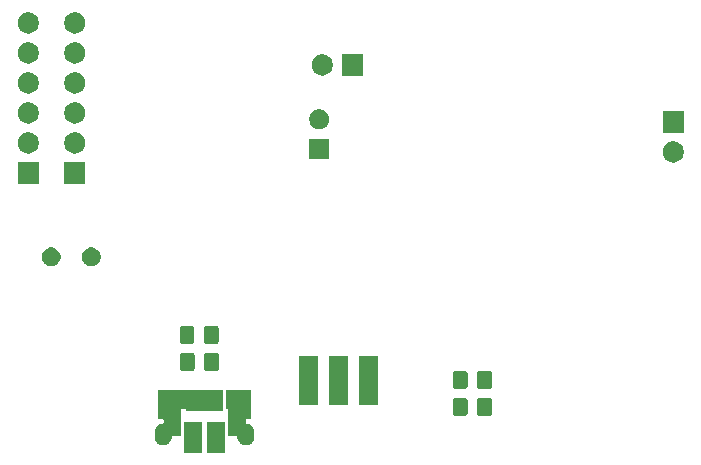
<source format=gts>
G04 #@! TF.GenerationSoftware,KiCad,Pcbnew,(5.1.6)-1*
G04 #@! TF.CreationDate,2020-11-30T16:59:51+01:00*
G04 #@! TF.ProjectId,Power_module_v1,506f7765-725f-46d6-9f64-756c655f7631,rev?*
G04 #@! TF.SameCoordinates,Original*
G04 #@! TF.FileFunction,Soldermask,Top*
G04 #@! TF.FilePolarity,Negative*
%FSLAX46Y46*%
G04 Gerber Fmt 4.6, Leading zero omitted, Abs format (unit mm)*
G04 Created by KiCad (PCBNEW (5.1.6)-1) date 2020-11-30 16:59:51*
%MOMM*%
%LPD*%
G01*
G04 APERTURE LIST*
%ADD10C,0.150000*%
G04 APERTURE END LIST*
D10*
G36*
X112914900Y-108047740D02*
G01*
X111382900Y-108047740D01*
X111382900Y-105445740D01*
X112914900Y-105445740D01*
X112914900Y-108047740D01*
G37*
G36*
X110994900Y-108047740D02*
G01*
X109462900Y-108047740D01*
X109462900Y-105445740D01*
X110994900Y-105445740D01*
X110994900Y-108047740D01*
G37*
G36*
X108886717Y-102684436D02*
G01*
X108906234Y-102690357D01*
X108930267Y-102695138D01*
X108942520Y-102695740D01*
X109440659Y-102695740D01*
X109445453Y-102699674D01*
X109467064Y-102711225D01*
X109490513Y-102718338D01*
X109514899Y-102720740D01*
X112739900Y-102720740D01*
X112739900Y-104472740D01*
X109637900Y-104472740D01*
X109637900Y-104422739D01*
X109635498Y-104398353D01*
X109628385Y-104374904D01*
X109616834Y-104353293D01*
X109601289Y-104334351D01*
X109582347Y-104318806D01*
X109560736Y-104307255D01*
X109537287Y-104300142D01*
X109512901Y-104297740D01*
X109327399Y-104297740D01*
X109303013Y-104300142D01*
X109279564Y-104307255D01*
X109257953Y-104318806D01*
X109239011Y-104334351D01*
X109223466Y-104353293D01*
X109211915Y-104374904D01*
X109204802Y-104398353D01*
X109202400Y-104422739D01*
X109202400Y-105259965D01*
X109194415Y-105274904D01*
X109187302Y-105298353D01*
X109184900Y-105322739D01*
X109184900Y-106597740D01*
X108537023Y-106597740D01*
X108512637Y-106600142D01*
X108489188Y-106607255D01*
X108467577Y-106618806D01*
X108448635Y-106634351D01*
X108433090Y-106653293D01*
X108421539Y-106674904D01*
X108412626Y-106710487D01*
X108404395Y-106794060D01*
X108373683Y-106895304D01*
X108362880Y-106930916D01*
X108295468Y-107057034D01*
X108204743Y-107167583D01*
X108094194Y-107258308D01*
X107968075Y-107325720D01*
X107968072Y-107325721D01*
X107831221Y-107367235D01*
X107688900Y-107381252D01*
X107546580Y-107367235D01*
X107409729Y-107325721D01*
X107409726Y-107325720D01*
X107283607Y-107258308D01*
X107173058Y-107167583D01*
X107082332Y-107057034D01*
X107014920Y-106930915D01*
X107014919Y-106930912D01*
X106973405Y-106794061D01*
X106962900Y-106687399D01*
X106962900Y-106266082D01*
X106973405Y-106159420D01*
X107014919Y-106022569D01*
X107014920Y-106022566D01*
X107082332Y-105896447D01*
X107173058Y-105785897D01*
X107283606Y-105695172D01*
X107409725Y-105627760D01*
X107409728Y-105627759D01*
X107546579Y-105586245D01*
X107620155Y-105578999D01*
X107644186Y-105574219D01*
X107666825Y-105564841D01*
X107687199Y-105551228D01*
X107704526Y-105533901D01*
X107718140Y-105513526D01*
X107727518Y-105490887D01*
X107732298Y-105466854D01*
X107732900Y-105454602D01*
X107732900Y-105322739D01*
X107730498Y-105298353D01*
X107723385Y-105274904D01*
X107711834Y-105253293D01*
X107696289Y-105234351D01*
X107677347Y-105218806D01*
X107655736Y-105207255D01*
X107632287Y-105200142D01*
X107607901Y-105197740D01*
X107275400Y-105197740D01*
X107275400Y-104324161D01*
X107278385Y-104318576D01*
X107285498Y-104295127D01*
X107287900Y-104270741D01*
X107287900Y-102695740D01*
X108595279Y-102695740D01*
X108619665Y-102693338D01*
X108631565Y-102690357D01*
X108651082Y-102684436D01*
X108768900Y-102672833D01*
X108886717Y-102684436D01*
G37*
G36*
X113632307Y-102675138D02*
G01*
X113644559Y-102675740D01*
X115139900Y-102675740D01*
X115139900Y-104270741D01*
X115142302Y-104295127D01*
X115149415Y-104318576D01*
X115152400Y-104324161D01*
X115152400Y-105197740D01*
X114789899Y-105197740D01*
X114765513Y-105200142D01*
X114742064Y-105207255D01*
X114720453Y-105218806D01*
X114701511Y-105234351D01*
X114685966Y-105253293D01*
X114674415Y-105274904D01*
X114667302Y-105298353D01*
X114664900Y-105322739D01*
X114664900Y-105456572D01*
X114667302Y-105480958D01*
X114674415Y-105504407D01*
X114685966Y-105526018D01*
X114701511Y-105544960D01*
X114720453Y-105560505D01*
X114742064Y-105572056D01*
X114765513Y-105579169D01*
X114777640Y-105580968D01*
X114831220Y-105586245D01*
X114968071Y-105627759D01*
X114968074Y-105627760D01*
X115094193Y-105695172D01*
X115204743Y-105785898D01*
X115295468Y-105896446D01*
X115362880Y-106022565D01*
X115362880Y-106022566D01*
X115362881Y-106022568D01*
X115404395Y-106159419D01*
X115414900Y-106266081D01*
X115414900Y-106687398D01*
X115404395Y-106794060D01*
X115373683Y-106895304D01*
X115362880Y-106930916D01*
X115295468Y-107057034D01*
X115204743Y-107167583D01*
X115094194Y-107258308D01*
X114968075Y-107325720D01*
X114968072Y-107325721D01*
X114831221Y-107367235D01*
X114688900Y-107381252D01*
X114546580Y-107367235D01*
X114409729Y-107325721D01*
X114409726Y-107325720D01*
X114283607Y-107258308D01*
X114173058Y-107167583D01*
X114082332Y-107057034D01*
X114014920Y-106930915D01*
X114014919Y-106930912D01*
X113973405Y-106794061D01*
X113965174Y-106710486D01*
X113960394Y-106686454D01*
X113951016Y-106663815D01*
X113937403Y-106643441D01*
X113920076Y-106626113D01*
X113899701Y-106612500D01*
X113877062Y-106603122D01*
X113853029Y-106598342D01*
X113840777Y-106597740D01*
X113212900Y-106597740D01*
X113212900Y-104402739D01*
X113210498Y-104378353D01*
X113203385Y-104354904D01*
X113191834Y-104333293D01*
X113176289Y-104314351D01*
X113157347Y-104298806D01*
X113135736Y-104287255D01*
X113112287Y-104280142D01*
X113087901Y-104277740D01*
X113037900Y-104277740D01*
X113037900Y-103883326D01*
X113035498Y-103858940D01*
X113032517Y-103847040D01*
X113016596Y-103794558D01*
X113007900Y-103706259D01*
X113007900Y-103247222D01*
X113016596Y-103158923D01*
X113032517Y-103106441D01*
X113037298Y-103082408D01*
X113037900Y-103070155D01*
X113037900Y-102675740D01*
X113573241Y-102675740D01*
X113585493Y-102675138D01*
X113608900Y-102672833D01*
X113632307Y-102675138D01*
G37*
G36*
X133296674Y-103393465D02*
G01*
X133334367Y-103404899D01*
X133369103Y-103423466D01*
X133399548Y-103448452D01*
X133424534Y-103478897D01*
X133443101Y-103513633D01*
X133454535Y-103551326D01*
X133459000Y-103596661D01*
X133459000Y-104683339D01*
X133454535Y-104728674D01*
X133443101Y-104766367D01*
X133424534Y-104801103D01*
X133399548Y-104831548D01*
X133369103Y-104856534D01*
X133334367Y-104875101D01*
X133296674Y-104886535D01*
X133251339Y-104891000D01*
X132414661Y-104891000D01*
X132369326Y-104886535D01*
X132331633Y-104875101D01*
X132296897Y-104856534D01*
X132266452Y-104831548D01*
X132241466Y-104801103D01*
X132222899Y-104766367D01*
X132211465Y-104728674D01*
X132207000Y-104683339D01*
X132207000Y-103596661D01*
X132211465Y-103551326D01*
X132222899Y-103513633D01*
X132241466Y-103478897D01*
X132266452Y-103448452D01*
X132296897Y-103423466D01*
X132331633Y-103404899D01*
X132369326Y-103393465D01*
X132414661Y-103389000D01*
X133251339Y-103389000D01*
X133296674Y-103393465D01*
G37*
G36*
X135346674Y-103393465D02*
G01*
X135384367Y-103404899D01*
X135419103Y-103423466D01*
X135449548Y-103448452D01*
X135474534Y-103478897D01*
X135493101Y-103513633D01*
X135504535Y-103551326D01*
X135509000Y-103596661D01*
X135509000Y-104683339D01*
X135504535Y-104728674D01*
X135493101Y-104766367D01*
X135474534Y-104801103D01*
X135449548Y-104831548D01*
X135419103Y-104856534D01*
X135384367Y-104875101D01*
X135346674Y-104886535D01*
X135301339Y-104891000D01*
X134464661Y-104891000D01*
X134419326Y-104886535D01*
X134381633Y-104875101D01*
X134346897Y-104856534D01*
X134316452Y-104831548D01*
X134291466Y-104801103D01*
X134272899Y-104766367D01*
X134261465Y-104728674D01*
X134257000Y-104683339D01*
X134257000Y-103596661D01*
X134261465Y-103551326D01*
X134272899Y-103513633D01*
X134291466Y-103478897D01*
X134316452Y-103448452D01*
X134346897Y-103423466D01*
X134381633Y-103404899D01*
X134419326Y-103393465D01*
X134464661Y-103389000D01*
X135301339Y-103389000D01*
X135346674Y-103393465D01*
G37*
G36*
X120782280Y-103963420D02*
G01*
X119156280Y-103963420D01*
X119156280Y-99861420D01*
X120782280Y-99861420D01*
X120782280Y-103963420D01*
G37*
G36*
X123322280Y-103963420D02*
G01*
X121696280Y-103963420D01*
X121696280Y-99861420D01*
X123322280Y-99861420D01*
X123322280Y-103963420D01*
G37*
G36*
X125862280Y-103963420D02*
G01*
X124236280Y-103963420D01*
X124236280Y-99861420D01*
X125862280Y-99861420D01*
X125862280Y-103963420D01*
G37*
G36*
X135346674Y-101107465D02*
G01*
X135384367Y-101118899D01*
X135419103Y-101137466D01*
X135449548Y-101162452D01*
X135474534Y-101192897D01*
X135493101Y-101227633D01*
X135504535Y-101265326D01*
X135509000Y-101310661D01*
X135509000Y-102397339D01*
X135504535Y-102442674D01*
X135493101Y-102480367D01*
X135474534Y-102515103D01*
X135449548Y-102545548D01*
X135419103Y-102570534D01*
X135384367Y-102589101D01*
X135346674Y-102600535D01*
X135301339Y-102605000D01*
X134464661Y-102605000D01*
X134419326Y-102600535D01*
X134381633Y-102589101D01*
X134346897Y-102570534D01*
X134316452Y-102545548D01*
X134291466Y-102515103D01*
X134272899Y-102480367D01*
X134261465Y-102442674D01*
X134257000Y-102397339D01*
X134257000Y-101310661D01*
X134261465Y-101265326D01*
X134272899Y-101227633D01*
X134291466Y-101192897D01*
X134316452Y-101162452D01*
X134346897Y-101137466D01*
X134381633Y-101118899D01*
X134419326Y-101107465D01*
X134464661Y-101103000D01*
X135301339Y-101103000D01*
X135346674Y-101107465D01*
G37*
G36*
X133296674Y-101107465D02*
G01*
X133334367Y-101118899D01*
X133369103Y-101137466D01*
X133399548Y-101162452D01*
X133424534Y-101192897D01*
X133443101Y-101227633D01*
X133454535Y-101265326D01*
X133459000Y-101310661D01*
X133459000Y-102397339D01*
X133454535Y-102442674D01*
X133443101Y-102480367D01*
X133424534Y-102515103D01*
X133399548Y-102545548D01*
X133369103Y-102570534D01*
X133334367Y-102589101D01*
X133296674Y-102600535D01*
X133251339Y-102605000D01*
X132414661Y-102605000D01*
X132369326Y-102600535D01*
X132331633Y-102589101D01*
X132296897Y-102570534D01*
X132266452Y-102545548D01*
X132241466Y-102515103D01*
X132222899Y-102480367D01*
X132211465Y-102442674D01*
X132207000Y-102397339D01*
X132207000Y-101310661D01*
X132211465Y-101265326D01*
X132222899Y-101227633D01*
X132241466Y-101192897D01*
X132266452Y-101162452D01*
X132296897Y-101137466D01*
X132331633Y-101118899D01*
X132369326Y-101107465D01*
X132414661Y-101103000D01*
X133251339Y-101103000D01*
X133296674Y-101107465D01*
G37*
G36*
X112241674Y-99583465D02*
G01*
X112279367Y-99594899D01*
X112314103Y-99613466D01*
X112344548Y-99638452D01*
X112369534Y-99668897D01*
X112388101Y-99703633D01*
X112399535Y-99741326D01*
X112404000Y-99786661D01*
X112404000Y-100873339D01*
X112399535Y-100918674D01*
X112388101Y-100956367D01*
X112369534Y-100991103D01*
X112344548Y-101021548D01*
X112314103Y-101046534D01*
X112279367Y-101065101D01*
X112241674Y-101076535D01*
X112196339Y-101081000D01*
X111359661Y-101081000D01*
X111314326Y-101076535D01*
X111276633Y-101065101D01*
X111241897Y-101046534D01*
X111211452Y-101021548D01*
X111186466Y-100991103D01*
X111167899Y-100956367D01*
X111156465Y-100918674D01*
X111152000Y-100873339D01*
X111152000Y-99786661D01*
X111156465Y-99741326D01*
X111167899Y-99703633D01*
X111186466Y-99668897D01*
X111211452Y-99638452D01*
X111241897Y-99613466D01*
X111276633Y-99594899D01*
X111314326Y-99583465D01*
X111359661Y-99579000D01*
X112196339Y-99579000D01*
X112241674Y-99583465D01*
G37*
G36*
X110191674Y-99583465D02*
G01*
X110229367Y-99594899D01*
X110264103Y-99613466D01*
X110294548Y-99638452D01*
X110319534Y-99668897D01*
X110338101Y-99703633D01*
X110349535Y-99741326D01*
X110354000Y-99786661D01*
X110354000Y-100873339D01*
X110349535Y-100918674D01*
X110338101Y-100956367D01*
X110319534Y-100991103D01*
X110294548Y-101021548D01*
X110264103Y-101046534D01*
X110229367Y-101065101D01*
X110191674Y-101076535D01*
X110146339Y-101081000D01*
X109309661Y-101081000D01*
X109264326Y-101076535D01*
X109226633Y-101065101D01*
X109191897Y-101046534D01*
X109161452Y-101021548D01*
X109136466Y-100991103D01*
X109117899Y-100956367D01*
X109106465Y-100918674D01*
X109102000Y-100873339D01*
X109102000Y-99786661D01*
X109106465Y-99741326D01*
X109117899Y-99703633D01*
X109136466Y-99668897D01*
X109161452Y-99638452D01*
X109191897Y-99613466D01*
X109226633Y-99594899D01*
X109264326Y-99583465D01*
X109309661Y-99579000D01*
X110146339Y-99579000D01*
X110191674Y-99583465D01*
G37*
G36*
X110173674Y-97297465D02*
G01*
X110211367Y-97308899D01*
X110246103Y-97327466D01*
X110276548Y-97352452D01*
X110301534Y-97382897D01*
X110320101Y-97417633D01*
X110331535Y-97455326D01*
X110336000Y-97500661D01*
X110336000Y-98587339D01*
X110331535Y-98632674D01*
X110320101Y-98670367D01*
X110301534Y-98705103D01*
X110276548Y-98735548D01*
X110246103Y-98760534D01*
X110211367Y-98779101D01*
X110173674Y-98790535D01*
X110128339Y-98795000D01*
X109291661Y-98795000D01*
X109246326Y-98790535D01*
X109208633Y-98779101D01*
X109173897Y-98760534D01*
X109143452Y-98735548D01*
X109118466Y-98705103D01*
X109099899Y-98670367D01*
X109088465Y-98632674D01*
X109084000Y-98587339D01*
X109084000Y-97500661D01*
X109088465Y-97455326D01*
X109099899Y-97417633D01*
X109118466Y-97382897D01*
X109143452Y-97352452D01*
X109173897Y-97327466D01*
X109208633Y-97308899D01*
X109246326Y-97297465D01*
X109291661Y-97293000D01*
X110128339Y-97293000D01*
X110173674Y-97297465D01*
G37*
G36*
X112223674Y-97297465D02*
G01*
X112261367Y-97308899D01*
X112296103Y-97327466D01*
X112326548Y-97352452D01*
X112351534Y-97382897D01*
X112370101Y-97417633D01*
X112381535Y-97455326D01*
X112386000Y-97500661D01*
X112386000Y-98587339D01*
X112381535Y-98632674D01*
X112370101Y-98670367D01*
X112351534Y-98705103D01*
X112326548Y-98735548D01*
X112296103Y-98760534D01*
X112261367Y-98779101D01*
X112223674Y-98790535D01*
X112178339Y-98795000D01*
X111341661Y-98795000D01*
X111296326Y-98790535D01*
X111258633Y-98779101D01*
X111223897Y-98760534D01*
X111193452Y-98735548D01*
X111168466Y-98705103D01*
X111149899Y-98670367D01*
X111138465Y-98632674D01*
X111134000Y-98587339D01*
X111134000Y-97500661D01*
X111138465Y-97455326D01*
X111149899Y-97417633D01*
X111168466Y-97382897D01*
X111193452Y-97352452D01*
X111223897Y-97327466D01*
X111258633Y-97308899D01*
X111296326Y-97297465D01*
X111341661Y-97293000D01*
X112178339Y-97293000D01*
X112223674Y-97297465D01*
G37*
G36*
X98433642Y-90669781D02*
G01*
X98579414Y-90730162D01*
X98579416Y-90730163D01*
X98710608Y-90817822D01*
X98822178Y-90929392D01*
X98909837Y-91060584D01*
X98909838Y-91060586D01*
X98970219Y-91206358D01*
X99001000Y-91361107D01*
X99001000Y-91518893D01*
X98970219Y-91673642D01*
X98909838Y-91819414D01*
X98909837Y-91819416D01*
X98822178Y-91950608D01*
X98710608Y-92062178D01*
X98579416Y-92149837D01*
X98579415Y-92149838D01*
X98579414Y-92149838D01*
X98433642Y-92210219D01*
X98278893Y-92241000D01*
X98121107Y-92241000D01*
X97966358Y-92210219D01*
X97820586Y-92149838D01*
X97820585Y-92149838D01*
X97820584Y-92149837D01*
X97689392Y-92062178D01*
X97577822Y-91950608D01*
X97490163Y-91819416D01*
X97490162Y-91819414D01*
X97429781Y-91673642D01*
X97399000Y-91518893D01*
X97399000Y-91361107D01*
X97429781Y-91206358D01*
X97490162Y-91060586D01*
X97490163Y-91060584D01*
X97577822Y-90929392D01*
X97689392Y-90817822D01*
X97820584Y-90730163D01*
X97820586Y-90730162D01*
X97966358Y-90669781D01*
X98121107Y-90639000D01*
X98278893Y-90639000D01*
X98433642Y-90669781D01*
G37*
G36*
X101833642Y-90669781D02*
G01*
X101979414Y-90730162D01*
X101979416Y-90730163D01*
X102110608Y-90817822D01*
X102222178Y-90929392D01*
X102309837Y-91060584D01*
X102309838Y-91060586D01*
X102370219Y-91206358D01*
X102401000Y-91361107D01*
X102401000Y-91518893D01*
X102370219Y-91673642D01*
X102309838Y-91819414D01*
X102309837Y-91819416D01*
X102222178Y-91950608D01*
X102110608Y-92062178D01*
X101979416Y-92149837D01*
X101979415Y-92149838D01*
X101979414Y-92149838D01*
X101833642Y-92210219D01*
X101678893Y-92241000D01*
X101521107Y-92241000D01*
X101366358Y-92210219D01*
X101220586Y-92149838D01*
X101220585Y-92149838D01*
X101220584Y-92149837D01*
X101089392Y-92062178D01*
X100977822Y-91950608D01*
X100890163Y-91819416D01*
X100890162Y-91819414D01*
X100829781Y-91673642D01*
X100799000Y-91518893D01*
X100799000Y-91361107D01*
X100829781Y-91206358D01*
X100890162Y-91060586D01*
X100890163Y-91060584D01*
X100977822Y-90929392D01*
X101089392Y-90817822D01*
X101220584Y-90730163D01*
X101220586Y-90730162D01*
X101366358Y-90669781D01*
X101521107Y-90639000D01*
X101678893Y-90639000D01*
X101833642Y-90669781D01*
G37*
G36*
X101104000Y-85229000D02*
G01*
X99302000Y-85229000D01*
X99302000Y-83427000D01*
X101104000Y-83427000D01*
X101104000Y-85229000D01*
G37*
G36*
X97167000Y-85229000D02*
G01*
X95365000Y-85229000D01*
X95365000Y-83427000D01*
X97167000Y-83427000D01*
X97167000Y-85229000D01*
G37*
G36*
X150989512Y-81653927D02*
G01*
X151138812Y-81683624D01*
X151302784Y-81751544D01*
X151450354Y-81850147D01*
X151575853Y-81975646D01*
X151674456Y-82123216D01*
X151742376Y-82287188D01*
X151777000Y-82461259D01*
X151777000Y-82638741D01*
X151742376Y-82812812D01*
X151674456Y-82976784D01*
X151575853Y-83124354D01*
X151450354Y-83249853D01*
X151302784Y-83348456D01*
X151138812Y-83416376D01*
X150989512Y-83446073D01*
X150964742Y-83451000D01*
X150787258Y-83451000D01*
X150762488Y-83446073D01*
X150613188Y-83416376D01*
X150449216Y-83348456D01*
X150301646Y-83249853D01*
X150176147Y-83124354D01*
X150077544Y-82976784D01*
X150009624Y-82812812D01*
X149975000Y-82638741D01*
X149975000Y-82461259D01*
X150009624Y-82287188D01*
X150077544Y-82123216D01*
X150176147Y-81975646D01*
X150301646Y-81850147D01*
X150449216Y-81751544D01*
X150613188Y-81683624D01*
X150762488Y-81653927D01*
X150787258Y-81649000D01*
X150964742Y-81649000D01*
X150989512Y-81653927D01*
G37*
G36*
X121755000Y-83147000D02*
G01*
X120053000Y-83147000D01*
X120053000Y-81445000D01*
X121755000Y-81445000D01*
X121755000Y-83147000D01*
G37*
G36*
X96379512Y-80891927D02*
G01*
X96528812Y-80921624D01*
X96692784Y-80989544D01*
X96840354Y-81088147D01*
X96965853Y-81213646D01*
X97064456Y-81361216D01*
X97132376Y-81525188D01*
X97167000Y-81699259D01*
X97167000Y-81876741D01*
X97132376Y-82050812D01*
X97064456Y-82214784D01*
X96965853Y-82362354D01*
X96840354Y-82487853D01*
X96692784Y-82586456D01*
X96528812Y-82654376D01*
X96379512Y-82684073D01*
X96354742Y-82689000D01*
X96177258Y-82689000D01*
X96152488Y-82684073D01*
X96003188Y-82654376D01*
X95839216Y-82586456D01*
X95691646Y-82487853D01*
X95566147Y-82362354D01*
X95467544Y-82214784D01*
X95399624Y-82050812D01*
X95365000Y-81876741D01*
X95365000Y-81699259D01*
X95399624Y-81525188D01*
X95467544Y-81361216D01*
X95566147Y-81213646D01*
X95691646Y-81088147D01*
X95839216Y-80989544D01*
X96003188Y-80921624D01*
X96152488Y-80891927D01*
X96177258Y-80887000D01*
X96354742Y-80887000D01*
X96379512Y-80891927D01*
G37*
G36*
X100316512Y-80891927D02*
G01*
X100465812Y-80921624D01*
X100629784Y-80989544D01*
X100777354Y-81088147D01*
X100902853Y-81213646D01*
X101001456Y-81361216D01*
X101069376Y-81525188D01*
X101104000Y-81699259D01*
X101104000Y-81876741D01*
X101069376Y-82050812D01*
X101001456Y-82214784D01*
X100902853Y-82362354D01*
X100777354Y-82487853D01*
X100629784Y-82586456D01*
X100465812Y-82654376D01*
X100316512Y-82684073D01*
X100291742Y-82689000D01*
X100114258Y-82689000D01*
X100089488Y-82684073D01*
X99940188Y-82654376D01*
X99776216Y-82586456D01*
X99628646Y-82487853D01*
X99503147Y-82362354D01*
X99404544Y-82214784D01*
X99336624Y-82050812D01*
X99302000Y-81876741D01*
X99302000Y-81699259D01*
X99336624Y-81525188D01*
X99404544Y-81361216D01*
X99503147Y-81213646D01*
X99628646Y-81088147D01*
X99776216Y-80989544D01*
X99940188Y-80921624D01*
X100089488Y-80891927D01*
X100114258Y-80887000D01*
X100291742Y-80887000D01*
X100316512Y-80891927D01*
G37*
G36*
X151777000Y-80911000D02*
G01*
X149975000Y-80911000D01*
X149975000Y-79109000D01*
X151777000Y-79109000D01*
X151777000Y-80911000D01*
G37*
G36*
X121152228Y-78977703D02*
G01*
X121307100Y-79041853D01*
X121446481Y-79134985D01*
X121565015Y-79253519D01*
X121658147Y-79392900D01*
X121722297Y-79547772D01*
X121755000Y-79712184D01*
X121755000Y-79879816D01*
X121722297Y-80044228D01*
X121658147Y-80199100D01*
X121565015Y-80338481D01*
X121446481Y-80457015D01*
X121307100Y-80550147D01*
X121152228Y-80614297D01*
X120987816Y-80647000D01*
X120820184Y-80647000D01*
X120655772Y-80614297D01*
X120500900Y-80550147D01*
X120361519Y-80457015D01*
X120242985Y-80338481D01*
X120149853Y-80199100D01*
X120085703Y-80044228D01*
X120053000Y-79879816D01*
X120053000Y-79712184D01*
X120085703Y-79547772D01*
X120149853Y-79392900D01*
X120242985Y-79253519D01*
X120361519Y-79134985D01*
X120500900Y-79041853D01*
X120655772Y-78977703D01*
X120820184Y-78945000D01*
X120987816Y-78945000D01*
X121152228Y-78977703D01*
G37*
G36*
X96379512Y-78351927D02*
G01*
X96528812Y-78381624D01*
X96692784Y-78449544D01*
X96840354Y-78548147D01*
X96965853Y-78673646D01*
X97064456Y-78821216D01*
X97132376Y-78985188D01*
X97167000Y-79159259D01*
X97167000Y-79336741D01*
X97132376Y-79510812D01*
X97064456Y-79674784D01*
X96965853Y-79822354D01*
X96840354Y-79947853D01*
X96692784Y-80046456D01*
X96528812Y-80114376D01*
X96379512Y-80144073D01*
X96354742Y-80149000D01*
X96177258Y-80149000D01*
X96152488Y-80144073D01*
X96003188Y-80114376D01*
X95839216Y-80046456D01*
X95691646Y-79947853D01*
X95566147Y-79822354D01*
X95467544Y-79674784D01*
X95399624Y-79510812D01*
X95365000Y-79336741D01*
X95365000Y-79159259D01*
X95399624Y-78985188D01*
X95467544Y-78821216D01*
X95566147Y-78673646D01*
X95691646Y-78548147D01*
X95839216Y-78449544D01*
X96003188Y-78381624D01*
X96152488Y-78351927D01*
X96177258Y-78347000D01*
X96354742Y-78347000D01*
X96379512Y-78351927D01*
G37*
G36*
X100316512Y-78351927D02*
G01*
X100465812Y-78381624D01*
X100629784Y-78449544D01*
X100777354Y-78548147D01*
X100902853Y-78673646D01*
X101001456Y-78821216D01*
X101069376Y-78985188D01*
X101104000Y-79159259D01*
X101104000Y-79336741D01*
X101069376Y-79510812D01*
X101001456Y-79674784D01*
X100902853Y-79822354D01*
X100777354Y-79947853D01*
X100629784Y-80046456D01*
X100465812Y-80114376D01*
X100316512Y-80144073D01*
X100291742Y-80149000D01*
X100114258Y-80149000D01*
X100089488Y-80144073D01*
X99940188Y-80114376D01*
X99776216Y-80046456D01*
X99628646Y-79947853D01*
X99503147Y-79822354D01*
X99404544Y-79674784D01*
X99336624Y-79510812D01*
X99302000Y-79336741D01*
X99302000Y-79159259D01*
X99336624Y-78985188D01*
X99404544Y-78821216D01*
X99503147Y-78673646D01*
X99628646Y-78548147D01*
X99776216Y-78449544D01*
X99940188Y-78381624D01*
X100089488Y-78351927D01*
X100114258Y-78347000D01*
X100291742Y-78347000D01*
X100316512Y-78351927D01*
G37*
G36*
X96379512Y-75811927D02*
G01*
X96528812Y-75841624D01*
X96692784Y-75909544D01*
X96840354Y-76008147D01*
X96965853Y-76133646D01*
X97064456Y-76281216D01*
X97132376Y-76445188D01*
X97167000Y-76619259D01*
X97167000Y-76796741D01*
X97132376Y-76970812D01*
X97064456Y-77134784D01*
X96965853Y-77282354D01*
X96840354Y-77407853D01*
X96692784Y-77506456D01*
X96528812Y-77574376D01*
X96379512Y-77604073D01*
X96354742Y-77609000D01*
X96177258Y-77609000D01*
X96152488Y-77604073D01*
X96003188Y-77574376D01*
X95839216Y-77506456D01*
X95691646Y-77407853D01*
X95566147Y-77282354D01*
X95467544Y-77134784D01*
X95399624Y-76970812D01*
X95365000Y-76796741D01*
X95365000Y-76619259D01*
X95399624Y-76445188D01*
X95467544Y-76281216D01*
X95566147Y-76133646D01*
X95691646Y-76008147D01*
X95839216Y-75909544D01*
X96003188Y-75841624D01*
X96152488Y-75811927D01*
X96177258Y-75807000D01*
X96354742Y-75807000D01*
X96379512Y-75811927D01*
G37*
G36*
X100316512Y-75811927D02*
G01*
X100465812Y-75841624D01*
X100629784Y-75909544D01*
X100777354Y-76008147D01*
X100902853Y-76133646D01*
X101001456Y-76281216D01*
X101069376Y-76445188D01*
X101104000Y-76619259D01*
X101104000Y-76796741D01*
X101069376Y-76970812D01*
X101001456Y-77134784D01*
X100902853Y-77282354D01*
X100777354Y-77407853D01*
X100629784Y-77506456D01*
X100465812Y-77574376D01*
X100316512Y-77604073D01*
X100291742Y-77609000D01*
X100114258Y-77609000D01*
X100089488Y-77604073D01*
X99940188Y-77574376D01*
X99776216Y-77506456D01*
X99628646Y-77407853D01*
X99503147Y-77282354D01*
X99404544Y-77134784D01*
X99336624Y-76970812D01*
X99302000Y-76796741D01*
X99302000Y-76619259D01*
X99336624Y-76445188D01*
X99404544Y-76281216D01*
X99503147Y-76133646D01*
X99628646Y-76008147D01*
X99776216Y-75909544D01*
X99940188Y-75841624D01*
X100089488Y-75811927D01*
X100114258Y-75807000D01*
X100291742Y-75807000D01*
X100316512Y-75811927D01*
G37*
G36*
X121271512Y-74287927D02*
G01*
X121420812Y-74317624D01*
X121584784Y-74385544D01*
X121732354Y-74484147D01*
X121857853Y-74609646D01*
X121956456Y-74757216D01*
X122024376Y-74921188D01*
X122059000Y-75095259D01*
X122059000Y-75272741D01*
X122024376Y-75446812D01*
X121956456Y-75610784D01*
X121857853Y-75758354D01*
X121732354Y-75883853D01*
X121584784Y-75982456D01*
X121420812Y-76050376D01*
X121271512Y-76080073D01*
X121246742Y-76085000D01*
X121069258Y-76085000D01*
X121044488Y-76080073D01*
X120895188Y-76050376D01*
X120731216Y-75982456D01*
X120583646Y-75883853D01*
X120458147Y-75758354D01*
X120359544Y-75610784D01*
X120291624Y-75446812D01*
X120257000Y-75272741D01*
X120257000Y-75095259D01*
X120291624Y-74921188D01*
X120359544Y-74757216D01*
X120458147Y-74609646D01*
X120583646Y-74484147D01*
X120731216Y-74385544D01*
X120895188Y-74317624D01*
X121044488Y-74287927D01*
X121069258Y-74283000D01*
X121246742Y-74283000D01*
X121271512Y-74287927D01*
G37*
G36*
X124599000Y-76085000D02*
G01*
X122797000Y-76085000D01*
X122797000Y-74283000D01*
X124599000Y-74283000D01*
X124599000Y-76085000D01*
G37*
G36*
X100316512Y-73271927D02*
G01*
X100465812Y-73301624D01*
X100629784Y-73369544D01*
X100777354Y-73468147D01*
X100902853Y-73593646D01*
X101001456Y-73741216D01*
X101069376Y-73905188D01*
X101104000Y-74079259D01*
X101104000Y-74256741D01*
X101069376Y-74430812D01*
X101001456Y-74594784D01*
X100902853Y-74742354D01*
X100777354Y-74867853D01*
X100629784Y-74966456D01*
X100465812Y-75034376D01*
X100316512Y-75064073D01*
X100291742Y-75069000D01*
X100114258Y-75069000D01*
X100089488Y-75064073D01*
X99940188Y-75034376D01*
X99776216Y-74966456D01*
X99628646Y-74867853D01*
X99503147Y-74742354D01*
X99404544Y-74594784D01*
X99336624Y-74430812D01*
X99302000Y-74256741D01*
X99302000Y-74079259D01*
X99336624Y-73905188D01*
X99404544Y-73741216D01*
X99503147Y-73593646D01*
X99628646Y-73468147D01*
X99776216Y-73369544D01*
X99940188Y-73301624D01*
X100089488Y-73271927D01*
X100114258Y-73267000D01*
X100291742Y-73267000D01*
X100316512Y-73271927D01*
G37*
G36*
X96379512Y-73271927D02*
G01*
X96528812Y-73301624D01*
X96692784Y-73369544D01*
X96840354Y-73468147D01*
X96965853Y-73593646D01*
X97064456Y-73741216D01*
X97132376Y-73905188D01*
X97167000Y-74079259D01*
X97167000Y-74256741D01*
X97132376Y-74430812D01*
X97064456Y-74594784D01*
X96965853Y-74742354D01*
X96840354Y-74867853D01*
X96692784Y-74966456D01*
X96528812Y-75034376D01*
X96379512Y-75064073D01*
X96354742Y-75069000D01*
X96177258Y-75069000D01*
X96152488Y-75064073D01*
X96003188Y-75034376D01*
X95839216Y-74966456D01*
X95691646Y-74867853D01*
X95566147Y-74742354D01*
X95467544Y-74594784D01*
X95399624Y-74430812D01*
X95365000Y-74256741D01*
X95365000Y-74079259D01*
X95399624Y-73905188D01*
X95467544Y-73741216D01*
X95566147Y-73593646D01*
X95691646Y-73468147D01*
X95839216Y-73369544D01*
X96003188Y-73301624D01*
X96152488Y-73271927D01*
X96177258Y-73267000D01*
X96354742Y-73267000D01*
X96379512Y-73271927D01*
G37*
G36*
X100316512Y-70731927D02*
G01*
X100465812Y-70761624D01*
X100629784Y-70829544D01*
X100777354Y-70928147D01*
X100902853Y-71053646D01*
X101001456Y-71201216D01*
X101069376Y-71365188D01*
X101104000Y-71539259D01*
X101104000Y-71716741D01*
X101069376Y-71890812D01*
X101001456Y-72054784D01*
X100902853Y-72202354D01*
X100777354Y-72327853D01*
X100629784Y-72426456D01*
X100465812Y-72494376D01*
X100316512Y-72524073D01*
X100291742Y-72529000D01*
X100114258Y-72529000D01*
X100089488Y-72524073D01*
X99940188Y-72494376D01*
X99776216Y-72426456D01*
X99628646Y-72327853D01*
X99503147Y-72202354D01*
X99404544Y-72054784D01*
X99336624Y-71890812D01*
X99302000Y-71716741D01*
X99302000Y-71539259D01*
X99336624Y-71365188D01*
X99404544Y-71201216D01*
X99503147Y-71053646D01*
X99628646Y-70928147D01*
X99776216Y-70829544D01*
X99940188Y-70761624D01*
X100089488Y-70731927D01*
X100114258Y-70727000D01*
X100291742Y-70727000D01*
X100316512Y-70731927D01*
G37*
G36*
X96379512Y-70731927D02*
G01*
X96528812Y-70761624D01*
X96692784Y-70829544D01*
X96840354Y-70928147D01*
X96965853Y-71053646D01*
X97064456Y-71201216D01*
X97132376Y-71365188D01*
X97167000Y-71539259D01*
X97167000Y-71716741D01*
X97132376Y-71890812D01*
X97064456Y-72054784D01*
X96965853Y-72202354D01*
X96840354Y-72327853D01*
X96692784Y-72426456D01*
X96528812Y-72494376D01*
X96379512Y-72524073D01*
X96354742Y-72529000D01*
X96177258Y-72529000D01*
X96152488Y-72524073D01*
X96003188Y-72494376D01*
X95839216Y-72426456D01*
X95691646Y-72327853D01*
X95566147Y-72202354D01*
X95467544Y-72054784D01*
X95399624Y-71890812D01*
X95365000Y-71716741D01*
X95365000Y-71539259D01*
X95399624Y-71365188D01*
X95467544Y-71201216D01*
X95566147Y-71053646D01*
X95691646Y-70928147D01*
X95839216Y-70829544D01*
X96003188Y-70761624D01*
X96152488Y-70731927D01*
X96177258Y-70727000D01*
X96354742Y-70727000D01*
X96379512Y-70731927D01*
G37*
M02*

</source>
